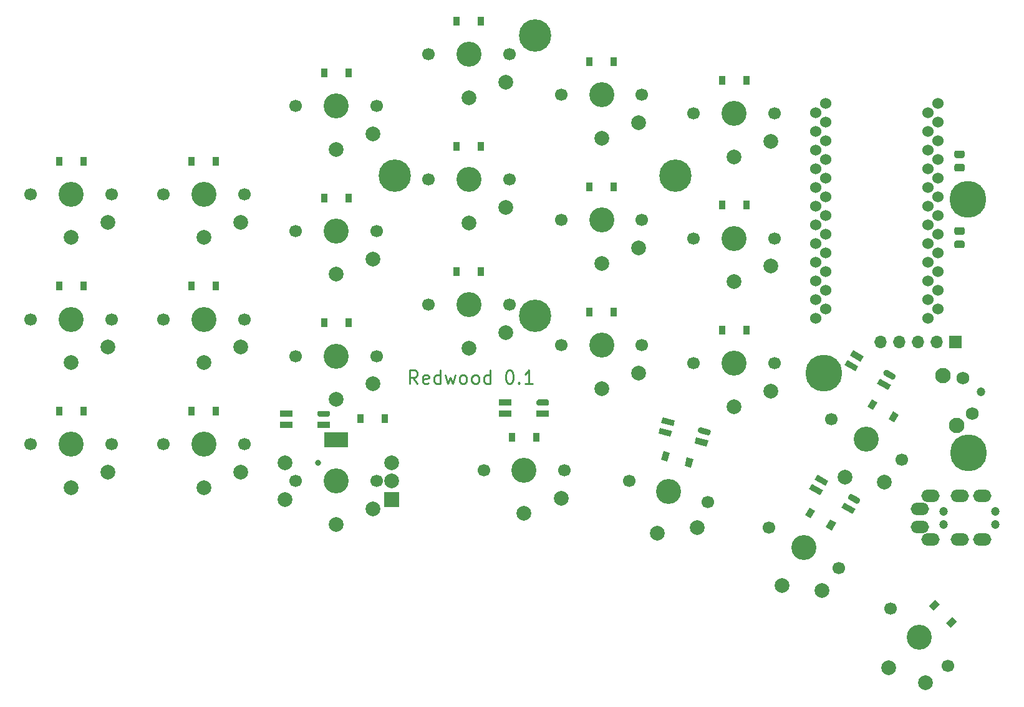
<source format=gbr>
%TF.GenerationSoftware,KiCad,Pcbnew,(5.1.10-1-10_14)*%
%TF.CreationDate,2021-09-20T15:17:19-07:00*%
%TF.ProjectId,redwood,72656477-6f6f-4642-9e6b-696361645f70,rev?*%
%TF.SameCoordinates,Original*%
%TF.FileFunction,Soldermask,Top*%
%TF.FilePolarity,Negative*%
%FSLAX46Y46*%
G04 Gerber Fmt 4.6, Leading zero omitted, Abs format (unit mm)*
G04 Created by KiCad (PCBNEW (5.1.10-1-10_14)) date 2021-09-20 15:17:19*
%MOMM*%
%LPD*%
G01*
G04 APERTURE LIST*
%ADD10C,0.270000*%
%ADD11R,0.900000X1.200000*%
%ADD12C,0.800000*%
%ADD13C,2.000000*%
%ADD14R,3.200000X2.000000*%
%ADD15R,2.000000X2.000000*%
%ADD16C,1.700000*%
%ADD17C,3.400000*%
%ADD18C,0.100000*%
%ADD19R,1.700000X0.820000*%
%ADD20R,1.700000X1.700000*%
%ADD21O,1.700000X1.700000*%
%ADD22C,5.000000*%
%ADD23C,1.524000*%
%ADD24C,1.200000*%
%ADD25C,2.100000*%
%ADD26C,1.750000*%
%ADD27O,2.500000X1.700000*%
%ADD28C,4.400000*%
G04 APERTURE END LIST*
D10*
X147017142Y-110234285D02*
X146417142Y-109377142D01*
X145988571Y-110234285D02*
X145988571Y-108434285D01*
X146674285Y-108434285D01*
X146845714Y-108520000D01*
X146931428Y-108605714D01*
X147017142Y-108777142D01*
X147017142Y-109034285D01*
X146931428Y-109205714D01*
X146845714Y-109291428D01*
X146674285Y-109377142D01*
X145988571Y-109377142D01*
X148474285Y-110148571D02*
X148302857Y-110234285D01*
X147960000Y-110234285D01*
X147788571Y-110148571D01*
X147702857Y-109977142D01*
X147702857Y-109291428D01*
X147788571Y-109120000D01*
X147960000Y-109034285D01*
X148302857Y-109034285D01*
X148474285Y-109120000D01*
X148560000Y-109291428D01*
X148560000Y-109462857D01*
X147702857Y-109634285D01*
X150102857Y-110234285D02*
X150102857Y-108434285D01*
X150102857Y-110148571D02*
X149931428Y-110234285D01*
X149588571Y-110234285D01*
X149417142Y-110148571D01*
X149331428Y-110062857D01*
X149245714Y-109891428D01*
X149245714Y-109377142D01*
X149331428Y-109205714D01*
X149417142Y-109120000D01*
X149588571Y-109034285D01*
X149931428Y-109034285D01*
X150102857Y-109120000D01*
X150788571Y-109034285D02*
X151131428Y-110234285D01*
X151474285Y-109377142D01*
X151817142Y-110234285D01*
X152160000Y-109034285D01*
X153102857Y-110234285D02*
X152931428Y-110148571D01*
X152845714Y-110062857D01*
X152760000Y-109891428D01*
X152760000Y-109377142D01*
X152845714Y-109205714D01*
X152931428Y-109120000D01*
X153102857Y-109034285D01*
X153360000Y-109034285D01*
X153531428Y-109120000D01*
X153617142Y-109205714D01*
X153702857Y-109377142D01*
X153702857Y-109891428D01*
X153617142Y-110062857D01*
X153531428Y-110148571D01*
X153360000Y-110234285D01*
X153102857Y-110234285D01*
X154731428Y-110234285D02*
X154560000Y-110148571D01*
X154474285Y-110062857D01*
X154388571Y-109891428D01*
X154388571Y-109377142D01*
X154474285Y-109205714D01*
X154560000Y-109120000D01*
X154731428Y-109034285D01*
X154988571Y-109034285D01*
X155160000Y-109120000D01*
X155245714Y-109205714D01*
X155331428Y-109377142D01*
X155331428Y-109891428D01*
X155245714Y-110062857D01*
X155160000Y-110148571D01*
X154988571Y-110234285D01*
X154731428Y-110234285D01*
X156874285Y-110234285D02*
X156874285Y-108434285D01*
X156874285Y-110148571D02*
X156702857Y-110234285D01*
X156360000Y-110234285D01*
X156188571Y-110148571D01*
X156102857Y-110062857D01*
X156017142Y-109891428D01*
X156017142Y-109377142D01*
X156102857Y-109205714D01*
X156188571Y-109120000D01*
X156360000Y-109034285D01*
X156702857Y-109034285D01*
X156874285Y-109120000D01*
X159445714Y-108434285D02*
X159617142Y-108434285D01*
X159788571Y-108520000D01*
X159874285Y-108605714D01*
X159960000Y-108777142D01*
X160045714Y-109120000D01*
X160045714Y-109548571D01*
X159960000Y-109891428D01*
X159874285Y-110062857D01*
X159788571Y-110148571D01*
X159617142Y-110234285D01*
X159445714Y-110234285D01*
X159274285Y-110148571D01*
X159188571Y-110062857D01*
X159102857Y-109891428D01*
X159017142Y-109548571D01*
X159017142Y-109120000D01*
X159102857Y-108777142D01*
X159188571Y-108605714D01*
X159274285Y-108520000D01*
X159445714Y-108434285D01*
X160817142Y-110062857D02*
X160902857Y-110148571D01*
X160817142Y-110234285D01*
X160731428Y-110148571D01*
X160817142Y-110062857D01*
X160817142Y-110234285D01*
X162617142Y-110234285D02*
X161588571Y-110234285D01*
X162102857Y-110234285D02*
X162102857Y-108434285D01*
X161931428Y-108691428D01*
X161760000Y-108862857D01*
X161588571Y-108948571D01*
D11*
%TO.C,D6*%
X142550000Y-115000000D03*
X139250000Y-115000000D03*
%TD*%
D12*
%TO.C,K20*%
X133500000Y-121000000D03*
D13*
X129000000Y-126000000D03*
D14*
X136000000Y-117900000D03*
D13*
X129000000Y-121000000D03*
D15*
X143500000Y-126000000D03*
D13*
X143500000Y-121000000D03*
X143500000Y-123500000D03*
X141000000Y-127300000D03*
X136000000Y-129400000D03*
D16*
X130500000Y-123500000D03*
X141500000Y-123500000D03*
D17*
X136000000Y-123500000D03*
%TD*%
D18*
%TO.C,K24*%
G36*
X217898064Y-140236476D02*
G01*
X217049536Y-141085004D01*
X216413140Y-140448608D01*
X217261668Y-139600080D01*
X217898064Y-140236476D01*
G37*
G36*
X220231516Y-142569928D02*
G01*
X219382988Y-143418456D01*
X218746592Y-142782060D01*
X219595120Y-141933532D01*
X220231516Y-142569928D01*
G37*
D13*
X215988876Y-150913788D03*
X210968417Y-148863179D03*
D16*
X211251260Y-140802161D03*
X219029435Y-148580336D03*
D17*
X215140347Y-144691249D03*
%TD*%
D18*
%TO.C,K23*%
G36*
X200989045Y-127533191D02*
G01*
X200389045Y-128572421D01*
X199609623Y-128122421D01*
X200209623Y-127083191D01*
X200989045Y-127533191D01*
G37*
G36*
X203846929Y-129183191D02*
G01*
X203246929Y-130222421D01*
X202467507Y-129772421D01*
X203067507Y-128733191D01*
X203846929Y-129183191D01*
G37*
D13*
X201908403Y-138340817D03*
X196528276Y-137659470D03*
D16*
X194715136Y-129799920D03*
X204241416Y-135299920D03*
D17*
X199478276Y-132549920D03*
%TD*%
D18*
%TO.C,K22*%
G36*
X181270866Y-119649862D02*
G01*
X180960283Y-120808973D01*
X180090950Y-120576036D01*
X180401533Y-119416925D01*
X181270866Y-119649862D01*
G37*
G36*
X184458422Y-120503964D02*
G01*
X184147839Y-121663075D01*
X183278506Y-121430138D01*
X183589089Y-120271027D01*
X184458422Y-120503964D01*
G37*
D13*
X184956117Y-129851280D03*
X179582968Y-130585629D03*
D16*
X175797408Y-123463161D03*
X186422592Y-126310171D03*
D17*
X181110000Y-124886666D03*
%TD*%
D11*
%TO.C,K21*%
X159850000Y-117500000D03*
X163150000Y-117500000D03*
D13*
X166500000Y-125800000D03*
X161500000Y-127900000D03*
D16*
X156000000Y-122000000D03*
X167000000Y-122000000D03*
D17*
X161500000Y-122000000D03*
%TD*%
D18*
%TO.C,K19*%
G36*
X209489045Y-112810759D02*
G01*
X208889045Y-113849989D01*
X208109623Y-113399989D01*
X208709623Y-112360759D01*
X209489045Y-112810759D01*
G37*
G36*
X212346929Y-114460759D02*
G01*
X211746929Y-115499989D01*
X210967507Y-115049989D01*
X211567507Y-114010759D01*
X212346929Y-114460759D01*
G37*
D13*
X210408403Y-123618385D03*
X205028276Y-122937038D03*
D16*
X203215136Y-115077488D03*
X212741416Y-120577488D03*
D17*
X207978276Y-117827488D03*
%TD*%
D11*
%TO.C,K18*%
X188350000Y-103000000D03*
X191650000Y-103000000D03*
D13*
X195000000Y-111300000D03*
X190000000Y-113400000D03*
D16*
X184500000Y-107500000D03*
X195500000Y-107500000D03*
D17*
X190000000Y-107500000D03*
%TD*%
D11*
%TO.C,K17*%
X170350000Y-100500000D03*
X173650000Y-100500000D03*
D13*
X177000000Y-108800000D03*
X172000000Y-110900000D03*
D16*
X166500000Y-105000000D03*
X177500000Y-105000000D03*
D17*
X172000000Y-105000000D03*
%TD*%
D11*
%TO.C,K16*%
X152350000Y-95000000D03*
X155650000Y-95000000D03*
D13*
X159000000Y-103300000D03*
X154000000Y-105400000D03*
D16*
X148500000Y-99500000D03*
X159500000Y-99500000D03*
D17*
X154000000Y-99500000D03*
%TD*%
D11*
%TO.C,K15*%
X134350000Y-102000000D03*
X137650000Y-102000000D03*
D13*
X141000000Y-110300000D03*
X136000000Y-112400000D03*
D16*
X130500000Y-106500000D03*
X141500000Y-106500000D03*
D17*
X136000000Y-106500000D03*
%TD*%
D11*
%TO.C,K14*%
X116350000Y-114000000D03*
X119650000Y-114000000D03*
D13*
X123000000Y-122300000D03*
X118000000Y-124400000D03*
D16*
X112500000Y-118500000D03*
X123500000Y-118500000D03*
D17*
X118000000Y-118500000D03*
%TD*%
D11*
%TO.C,K13*%
X98350000Y-114000000D03*
X101650000Y-114000000D03*
D13*
X105000000Y-122300000D03*
X100000000Y-124400000D03*
D16*
X94500000Y-118500000D03*
X105500000Y-118500000D03*
D17*
X100000000Y-118500000D03*
%TD*%
D11*
%TO.C,K12*%
X188350000Y-86000000D03*
X191650000Y-86000000D03*
D13*
X195000000Y-94300000D03*
X190000000Y-96400000D03*
D16*
X184500000Y-90500000D03*
X195500000Y-90500000D03*
D17*
X190000000Y-90500000D03*
%TD*%
D11*
%TO.C,K11*%
X170350000Y-83500000D03*
X173650000Y-83500000D03*
D13*
X177000000Y-91800000D03*
X172000000Y-93900000D03*
D16*
X166500000Y-88000000D03*
X177500000Y-88000000D03*
D17*
X172000000Y-88000000D03*
%TD*%
D11*
%TO.C,K10*%
X152350000Y-78000000D03*
X155650000Y-78000000D03*
D13*
X159000000Y-86300000D03*
X154000000Y-88400000D03*
D16*
X148500000Y-82500000D03*
X159500000Y-82500000D03*
D17*
X154000000Y-82500000D03*
%TD*%
D11*
%TO.C,K9*%
X134350000Y-85000000D03*
X137650000Y-85000000D03*
D13*
X141000000Y-93300000D03*
X136000000Y-95400000D03*
D16*
X130500000Y-89500000D03*
X141500000Y-89500000D03*
D17*
X136000000Y-89500000D03*
%TD*%
D11*
%TO.C,K8*%
X116350000Y-97000000D03*
X119650000Y-97000000D03*
D13*
X123000000Y-105300000D03*
X118000000Y-107400000D03*
D16*
X112500000Y-101500000D03*
X123500000Y-101500000D03*
D17*
X118000000Y-101500000D03*
%TD*%
D11*
%TO.C,K7*%
X98350000Y-97000000D03*
X101650000Y-97000000D03*
D13*
X105000000Y-105300000D03*
X100000000Y-107400000D03*
D16*
X94500000Y-101500000D03*
X105500000Y-101500000D03*
D17*
X100000000Y-101500000D03*
%TD*%
D11*
%TO.C,K6*%
X188350000Y-69000000D03*
X191650000Y-69000000D03*
D13*
X195000000Y-77300000D03*
X190000000Y-79400000D03*
D16*
X184500000Y-73500000D03*
X195500000Y-73500000D03*
D17*
X190000000Y-73500000D03*
%TD*%
D11*
%TO.C,K5*%
X170350000Y-66500000D03*
X173650000Y-66500000D03*
D13*
X177000000Y-74800000D03*
X172000000Y-76900000D03*
D16*
X166500000Y-71000000D03*
X177500000Y-71000000D03*
D17*
X172000000Y-71000000D03*
%TD*%
D11*
%TO.C,K4*%
X152350000Y-61000000D03*
X155650000Y-61000000D03*
D13*
X159000000Y-69300000D03*
X154000000Y-71400000D03*
D16*
X148500000Y-65500000D03*
X159500000Y-65500000D03*
D17*
X154000000Y-65500000D03*
%TD*%
D11*
%TO.C,K3*%
X134350000Y-68000000D03*
X137650000Y-68000000D03*
D13*
X141000000Y-76300000D03*
X136000000Y-78400000D03*
D16*
X130500000Y-72500000D03*
X141500000Y-72500000D03*
D17*
X136000000Y-72500000D03*
%TD*%
D11*
%TO.C,K2*%
X116350000Y-80000000D03*
X119650000Y-80000000D03*
D13*
X123000000Y-88300000D03*
X118000000Y-90400000D03*
D16*
X112500000Y-84500000D03*
X123500000Y-84500000D03*
D17*
X118000000Y-84500000D03*
%TD*%
D11*
%TO.C,K1*%
X98350000Y-80000000D03*
X101650000Y-80000000D03*
D13*
X105000000Y-88300000D03*
X100000000Y-90400000D03*
D16*
X94500000Y-84500000D03*
X105500000Y-84500000D03*
D17*
X100000000Y-84500000D03*
%TD*%
%TO.C,D5*%
G36*
G01*
X133430000Y-114565000D02*
X133430000Y-114155000D01*
G75*
G02*
X133635000Y-113950000I205000J0D01*
G01*
X134925000Y-113950000D01*
G75*
G02*
X135130000Y-114155000I0J-205000D01*
G01*
X135130000Y-114565000D01*
G75*
G02*
X134925000Y-114770000I-205000J0D01*
G01*
X133635000Y-114770000D01*
G75*
G02*
X133430000Y-114565000I0J205000D01*
G01*
G37*
D19*
X134280000Y-115860000D03*
X129180000Y-114360000D03*
X129180000Y-115860000D03*
%TD*%
%TO.C,D4*%
G36*
G01*
X163186067Y-113032196D02*
X163186067Y-112622196D01*
G75*
G02*
X163391067Y-112417196I205000J0D01*
G01*
X164681067Y-112417196D01*
G75*
G02*
X164886067Y-112622196I0J-205000D01*
G01*
X164886067Y-113032196D01*
G75*
G02*
X164681067Y-113237196I-205000J0D01*
G01*
X163391067Y-113237196D01*
G75*
G02*
X163186067Y-113032196I0J205000D01*
G01*
G37*
X164036067Y-114327196D03*
X158936067Y-112827196D03*
X158936067Y-114327196D03*
%TD*%
%TO.C,D3*%
G36*
G01*
X185096801Y-116706330D02*
X185202917Y-116310300D01*
G75*
G02*
X185453990Y-116165343I198015J-53058D01*
G01*
X186700034Y-116499219D01*
G75*
G02*
X186844991Y-116750292I-53058J-198015D01*
G01*
X186738875Y-117146322D01*
G75*
G02*
X186487802Y-117291279I-198015J53058D01*
G01*
X185241758Y-116957403D01*
G75*
G02*
X185096801Y-116706330I53058J198015D01*
G01*
G37*
D18*
G36*
X184655515Y-118353233D02*
G01*
X184867747Y-117561174D01*
X186509821Y-118001167D01*
X186297589Y-118793226D01*
X184655515Y-118353233D01*
G37*
G36*
X180117521Y-115584367D02*
G01*
X180329753Y-114792308D01*
X181971827Y-115232301D01*
X181759595Y-116024360D01*
X180117521Y-115584367D01*
G37*
G36*
X179729293Y-117033256D02*
G01*
X179941525Y-116241197D01*
X181583599Y-116681190D01*
X181371367Y-117473249D01*
X179729293Y-117033256D01*
G37*
%TD*%
%TO.C,D2*%
G36*
G01*
X205444162Y-125665895D02*
X205649162Y-125310825D01*
G75*
G02*
X205929197Y-125235790I177535J-102500D01*
G01*
X207046369Y-125880790D01*
G75*
G02*
X207121404Y-126160825I-102500J-177535D01*
G01*
X206916404Y-126515895D01*
G75*
G02*
X206636369Y-126590930I-177535J102500D01*
G01*
X205519197Y-125945930D01*
G75*
G02*
X205444162Y-125665895I102500J177535D01*
G01*
G37*
G36*
X204591661Y-127142468D02*
G01*
X205001661Y-126432328D01*
X206473905Y-127282328D01*
X206063905Y-127992468D01*
X204591661Y-127142468D01*
G37*
G36*
X200924931Y-123293430D02*
G01*
X201334931Y-122583290D01*
X202807175Y-123433290D01*
X202397175Y-124143430D01*
X200924931Y-123293430D01*
G37*
G36*
X200174931Y-124592468D02*
G01*
X200584931Y-123882328D01*
X202057175Y-124732328D01*
X201647175Y-125442468D01*
X200174931Y-124592468D01*
G37*
%TD*%
%TO.C,D1*%
G36*
G01*
X210266200Y-108790414D02*
X210471200Y-108435344D01*
G75*
G02*
X210751235Y-108360309I177535J-102500D01*
G01*
X211868407Y-109005309D01*
G75*
G02*
X211943442Y-109285344I-102500J-177535D01*
G01*
X211738442Y-109640414D01*
G75*
G02*
X211458407Y-109715449I-177535J102500D01*
G01*
X210341235Y-109070449D01*
G75*
G02*
X210266200Y-108790414I102500J177535D01*
G01*
G37*
G36*
X209413699Y-110266987D02*
G01*
X209823699Y-109556847D01*
X211295943Y-110406847D01*
X210885943Y-111116987D01*
X209413699Y-110266987D01*
G37*
G36*
X205746969Y-106417949D02*
G01*
X206156969Y-105707809D01*
X207629213Y-106557809D01*
X207219213Y-107267949D01*
X205746969Y-106417949D01*
G37*
G36*
X204996969Y-107716987D02*
G01*
X205406969Y-107006847D01*
X206879213Y-107856847D01*
X206469213Y-108566987D01*
X204996969Y-107716987D01*
G37*
%TD*%
D20*
%TO.C,J1*%
X220055000Y-104550000D03*
D21*
X217515000Y-104550000D03*
X214975000Y-104550000D03*
X212435000Y-104550000D03*
X209895000Y-104550000D03*
D22*
X221725000Y-85200000D03*
%TD*%
D23*
%TO.C,U1*%
X216350000Y-73422000D03*
X216350000Y-75962000D03*
X216350000Y-78502000D03*
X216350000Y-81042000D03*
X216350000Y-83582000D03*
X216350000Y-86122000D03*
X216350000Y-88662000D03*
X216350000Y-91202000D03*
X216350000Y-93742000D03*
X216350000Y-96282000D03*
X216350000Y-98822000D03*
X216350000Y-101362000D03*
X201110000Y-101362000D03*
X201110000Y-98822000D03*
X201110000Y-96282000D03*
X201110000Y-93742000D03*
X201110000Y-91202000D03*
X201110000Y-88662000D03*
X201110000Y-86122000D03*
X201110000Y-83582000D03*
X201110000Y-81042000D03*
X201110000Y-78502000D03*
X201110000Y-75962000D03*
X201110000Y-73422000D03*
X217656400Y-72152000D03*
X217656400Y-74692000D03*
X217656400Y-77232000D03*
X217656400Y-79772000D03*
X217656400Y-82312000D03*
X217656400Y-84852000D03*
X217656400Y-87392000D03*
X217656400Y-89932000D03*
X217656400Y-92472000D03*
X217656400Y-95012000D03*
X217656400Y-97552000D03*
X217656400Y-100092000D03*
X202436400Y-100092000D03*
X202436400Y-97552000D03*
X202436400Y-95012000D03*
X202436400Y-92472000D03*
X202436400Y-89932000D03*
X202436400Y-87392000D03*
X202436400Y-84852000D03*
X202436400Y-82312000D03*
X202436400Y-79772000D03*
X202436400Y-77232000D03*
X202436400Y-74692000D03*
X202436400Y-72152000D03*
%TD*%
D22*
%TO.C,H2*%
X202200000Y-108795000D03*
X221800000Y-119670000D03*
%TD*%
%TO.C,R2*%
G36*
G01*
X220149998Y-80390000D02*
X221050002Y-80390000D01*
G75*
G02*
X221300000Y-80639998I0J-249998D01*
G01*
X221300000Y-81165002D01*
G75*
G02*
X221050002Y-81415000I-249998J0D01*
G01*
X220149998Y-81415000D01*
G75*
G02*
X219900000Y-81165002I0J249998D01*
G01*
X219900000Y-80639998D01*
G75*
G02*
X220149998Y-80390000I249998J0D01*
G01*
G37*
G36*
G01*
X220150100Y-78565000D02*
X221049900Y-78565000D01*
G75*
G02*
X221300000Y-78815100I0J-250100D01*
G01*
X221300000Y-79339900D01*
G75*
G02*
X221049900Y-79590000I-250100J0D01*
G01*
X220150100Y-79590000D01*
G75*
G02*
X219900000Y-79339900I0J250100D01*
G01*
X219900000Y-78815100D01*
G75*
G02*
X220150100Y-78565000I250100J0D01*
G01*
G37*
%TD*%
%TO.C,R1*%
G36*
G01*
X221050002Y-90010000D02*
X220149998Y-90010000D01*
G75*
G02*
X219900000Y-89760002I0J249998D01*
G01*
X219900000Y-89234998D01*
G75*
G02*
X220149998Y-88985000I249998J0D01*
G01*
X221050002Y-88985000D01*
G75*
G02*
X221300000Y-89234998I0J-249998D01*
G01*
X221300000Y-89760002D01*
G75*
G02*
X221050002Y-90010000I-249998J0D01*
G01*
G37*
G36*
G01*
X221049900Y-91835000D02*
X220150100Y-91835000D01*
G75*
G02*
X219900000Y-91584900I0J250100D01*
G01*
X219900000Y-91060100D01*
G75*
G02*
X220150100Y-90810000I250100J0D01*
G01*
X221049900Y-90810000D01*
G75*
G02*
X221300000Y-91060100I0J-250100D01*
G01*
X221300000Y-91584900D01*
G75*
G02*
X221049900Y-91835000I-250100J0D01*
G01*
G37*
%TD*%
D24*
%TO.C,SW1*%
X223541966Y-111400470D03*
D25*
X218386026Y-109158534D03*
D26*
X221050000Y-109480000D03*
X222344095Y-114309629D03*
D25*
X220200347Y-115929674D03*
%TD*%
D27*
%TO.C,J2*%
X215180000Y-127260000D03*
X216680000Y-131460000D03*
X220680000Y-131460000D03*
X223680000Y-131460000D03*
D24*
X218480000Y-129360000D03*
X225480000Y-129360000D03*
D27*
X220680000Y-125510000D03*
X223680000Y-125510000D03*
X215180000Y-129710000D03*
X216680000Y-125510000D03*
D24*
X225480000Y-127610000D03*
X218480000Y-127610000D03*
%TD*%
D28*
%TO.C,H1*%
X143960000Y-81960000D03*
X163010000Y-101010000D03*
X182060000Y-81960000D03*
X163010000Y-62910000D03*
%TD*%
M02*

</source>
